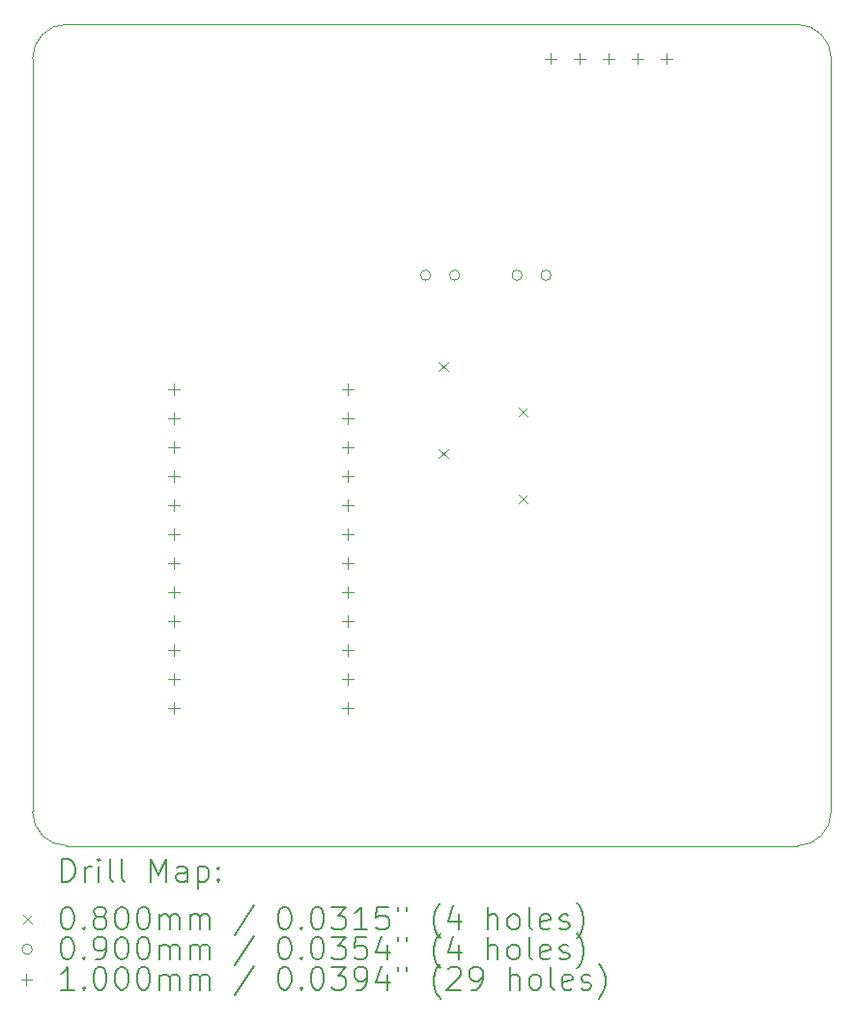
<source format=gbr>
%TF.GenerationSoftware,KiCad,Pcbnew,9.0.1*%
%TF.CreationDate,2025-07-26T23:55:01-07:00*%
%TF.ProjectId,capstone_paul_ngo,63617073-746f-46e6-955f-7061756c5f6e,rev?*%
%TF.SameCoordinates,Original*%
%TF.FileFunction,Drillmap*%
%TF.FilePolarity,Positive*%
%FSLAX45Y45*%
G04 Gerber Fmt 4.5, Leading zero omitted, Abs format (unit mm)*
G04 Created by KiCad (PCBNEW 9.0.1) date 2025-07-26 23:55:01*
%MOMM*%
%LPD*%
G01*
G04 APERTURE LIST*
%ADD10C,0.050000*%
%ADD11C,0.200000*%
%ADD12C,0.100000*%
G04 APERTURE END LIST*
D10*
X12800000Y-6400000D02*
X12800000Y-13000000D01*
X19500000Y-6100000D02*
X13100000Y-6100000D01*
X13100000Y-13300000D02*
G75*
G02*
X12800000Y-13000000I0J300000D01*
G01*
X13100000Y-13300000D02*
X19500000Y-13300000D01*
X12800000Y-6400000D02*
G75*
G02*
X13100000Y-6100000I300000J0D01*
G01*
X19500000Y-6100000D02*
G75*
G02*
X19800000Y-6400000I0J-300000D01*
G01*
X19800000Y-13000000D02*
X19800000Y-6400000D01*
X19800000Y-13000000D02*
G75*
G02*
X19500000Y-13300000I-300000J0D01*
G01*
D11*
D12*
X16360000Y-9060000D02*
X16440000Y-9140000D01*
X16440000Y-9060000D02*
X16360000Y-9140000D01*
X16360000Y-9822000D02*
X16440000Y-9902000D01*
X16440000Y-9822000D02*
X16360000Y-9902000D01*
X17060000Y-9460000D02*
X17140000Y-9540000D01*
X17140000Y-9460000D02*
X17060000Y-9540000D01*
X17060000Y-10222000D02*
X17140000Y-10302000D01*
X17140000Y-10222000D02*
X17060000Y-10302000D01*
X16291000Y-8300000D02*
G75*
G02*
X16201000Y-8300000I-45000J0D01*
G01*
X16201000Y-8300000D02*
G75*
G02*
X16291000Y-8300000I45000J0D01*
G01*
X16545000Y-8300000D02*
G75*
G02*
X16455000Y-8300000I-45000J0D01*
G01*
X16455000Y-8300000D02*
G75*
G02*
X16545000Y-8300000I45000J0D01*
G01*
X17091000Y-8300000D02*
G75*
G02*
X17001000Y-8300000I-45000J0D01*
G01*
X17001000Y-8300000D02*
G75*
G02*
X17091000Y-8300000I45000J0D01*
G01*
X17345000Y-8300000D02*
G75*
G02*
X17255000Y-8300000I-45000J0D01*
G01*
X17255000Y-8300000D02*
G75*
G02*
X17345000Y-8300000I45000J0D01*
G01*
X14038000Y-9247000D02*
X14038000Y-9347000D01*
X13988000Y-9297000D02*
X14088000Y-9297000D01*
X14038000Y-9501000D02*
X14038000Y-9601000D01*
X13988000Y-9551000D02*
X14088000Y-9551000D01*
X14038000Y-9755000D02*
X14038000Y-9855000D01*
X13988000Y-9805000D02*
X14088000Y-9805000D01*
X14038000Y-10009000D02*
X14038000Y-10109000D01*
X13988000Y-10059000D02*
X14088000Y-10059000D01*
X14038000Y-10263000D02*
X14038000Y-10363000D01*
X13988000Y-10313000D02*
X14088000Y-10313000D01*
X14038000Y-10517000D02*
X14038000Y-10617000D01*
X13988000Y-10567000D02*
X14088000Y-10567000D01*
X14038000Y-10771000D02*
X14038000Y-10871000D01*
X13988000Y-10821000D02*
X14088000Y-10821000D01*
X14038000Y-11025000D02*
X14038000Y-11125000D01*
X13988000Y-11075000D02*
X14088000Y-11075000D01*
X14038000Y-11279000D02*
X14038000Y-11379000D01*
X13988000Y-11329000D02*
X14088000Y-11329000D01*
X14038000Y-11533000D02*
X14038000Y-11633000D01*
X13988000Y-11583000D02*
X14088000Y-11583000D01*
X14038000Y-11787000D02*
X14038000Y-11887000D01*
X13988000Y-11837000D02*
X14088000Y-11837000D01*
X14038000Y-12041000D02*
X14038000Y-12141000D01*
X13988000Y-12091000D02*
X14088000Y-12091000D01*
X15562000Y-9247000D02*
X15562000Y-9347000D01*
X15512000Y-9297000D02*
X15612000Y-9297000D01*
X15562000Y-9501000D02*
X15562000Y-9601000D01*
X15512000Y-9551000D02*
X15612000Y-9551000D01*
X15562000Y-9755000D02*
X15562000Y-9855000D01*
X15512000Y-9805000D02*
X15612000Y-9805000D01*
X15562000Y-10009000D02*
X15562000Y-10109000D01*
X15512000Y-10059000D02*
X15612000Y-10059000D01*
X15562000Y-10263000D02*
X15562000Y-10363000D01*
X15512000Y-10313000D02*
X15612000Y-10313000D01*
X15562000Y-10517000D02*
X15562000Y-10617000D01*
X15512000Y-10567000D02*
X15612000Y-10567000D01*
X15562000Y-10771000D02*
X15562000Y-10871000D01*
X15512000Y-10821000D02*
X15612000Y-10821000D01*
X15562000Y-11025000D02*
X15562000Y-11125000D01*
X15512000Y-11075000D02*
X15612000Y-11075000D01*
X15562000Y-11279000D02*
X15562000Y-11379000D01*
X15512000Y-11329000D02*
X15612000Y-11329000D01*
X15562000Y-11533000D02*
X15562000Y-11633000D01*
X15512000Y-11583000D02*
X15612000Y-11583000D01*
X15562000Y-11787000D02*
X15562000Y-11887000D01*
X15512000Y-11837000D02*
X15612000Y-11837000D01*
X15562000Y-12041000D02*
X15562000Y-12141000D01*
X15512000Y-12091000D02*
X15612000Y-12091000D01*
X17338000Y-6350000D02*
X17338000Y-6450000D01*
X17288000Y-6400000D02*
X17388000Y-6400000D01*
X17592000Y-6350000D02*
X17592000Y-6450000D01*
X17542000Y-6400000D02*
X17642000Y-6400000D01*
X17846000Y-6350000D02*
X17846000Y-6450000D01*
X17796000Y-6400000D02*
X17896000Y-6400000D01*
X18100000Y-6350000D02*
X18100000Y-6450000D01*
X18050000Y-6400000D02*
X18150000Y-6400000D01*
X18354000Y-6350000D02*
X18354000Y-6450000D01*
X18304000Y-6400000D02*
X18404000Y-6400000D01*
D11*
X13058277Y-13613984D02*
X13058277Y-13413984D01*
X13058277Y-13413984D02*
X13105896Y-13413984D01*
X13105896Y-13413984D02*
X13134467Y-13423508D01*
X13134467Y-13423508D02*
X13153515Y-13442555D01*
X13153515Y-13442555D02*
X13163039Y-13461603D01*
X13163039Y-13461603D02*
X13172562Y-13499698D01*
X13172562Y-13499698D02*
X13172562Y-13528269D01*
X13172562Y-13528269D02*
X13163039Y-13566365D01*
X13163039Y-13566365D02*
X13153515Y-13585412D01*
X13153515Y-13585412D02*
X13134467Y-13604460D01*
X13134467Y-13604460D02*
X13105896Y-13613984D01*
X13105896Y-13613984D02*
X13058277Y-13613984D01*
X13258277Y-13613984D02*
X13258277Y-13480650D01*
X13258277Y-13518746D02*
X13267801Y-13499698D01*
X13267801Y-13499698D02*
X13277324Y-13490174D01*
X13277324Y-13490174D02*
X13296372Y-13480650D01*
X13296372Y-13480650D02*
X13315420Y-13480650D01*
X13382086Y-13613984D02*
X13382086Y-13480650D01*
X13382086Y-13413984D02*
X13372562Y-13423508D01*
X13372562Y-13423508D02*
X13382086Y-13433031D01*
X13382086Y-13433031D02*
X13391610Y-13423508D01*
X13391610Y-13423508D02*
X13382086Y-13413984D01*
X13382086Y-13413984D02*
X13382086Y-13433031D01*
X13505896Y-13613984D02*
X13486848Y-13604460D01*
X13486848Y-13604460D02*
X13477324Y-13585412D01*
X13477324Y-13585412D02*
X13477324Y-13413984D01*
X13610658Y-13613984D02*
X13591610Y-13604460D01*
X13591610Y-13604460D02*
X13582086Y-13585412D01*
X13582086Y-13585412D02*
X13582086Y-13413984D01*
X13839229Y-13613984D02*
X13839229Y-13413984D01*
X13839229Y-13413984D02*
X13905896Y-13556841D01*
X13905896Y-13556841D02*
X13972562Y-13413984D01*
X13972562Y-13413984D02*
X13972562Y-13613984D01*
X14153515Y-13613984D02*
X14153515Y-13509222D01*
X14153515Y-13509222D02*
X14143991Y-13490174D01*
X14143991Y-13490174D02*
X14124943Y-13480650D01*
X14124943Y-13480650D02*
X14086848Y-13480650D01*
X14086848Y-13480650D02*
X14067801Y-13490174D01*
X14153515Y-13604460D02*
X14134467Y-13613984D01*
X14134467Y-13613984D02*
X14086848Y-13613984D01*
X14086848Y-13613984D02*
X14067801Y-13604460D01*
X14067801Y-13604460D02*
X14058277Y-13585412D01*
X14058277Y-13585412D02*
X14058277Y-13566365D01*
X14058277Y-13566365D02*
X14067801Y-13547317D01*
X14067801Y-13547317D02*
X14086848Y-13537793D01*
X14086848Y-13537793D02*
X14134467Y-13537793D01*
X14134467Y-13537793D02*
X14153515Y-13528269D01*
X14248753Y-13480650D02*
X14248753Y-13680650D01*
X14248753Y-13490174D02*
X14267801Y-13480650D01*
X14267801Y-13480650D02*
X14305896Y-13480650D01*
X14305896Y-13480650D02*
X14324943Y-13490174D01*
X14324943Y-13490174D02*
X14334467Y-13499698D01*
X14334467Y-13499698D02*
X14343991Y-13518746D01*
X14343991Y-13518746D02*
X14343991Y-13575888D01*
X14343991Y-13575888D02*
X14334467Y-13594936D01*
X14334467Y-13594936D02*
X14324943Y-13604460D01*
X14324943Y-13604460D02*
X14305896Y-13613984D01*
X14305896Y-13613984D02*
X14267801Y-13613984D01*
X14267801Y-13613984D02*
X14248753Y-13604460D01*
X14429705Y-13594936D02*
X14439229Y-13604460D01*
X14439229Y-13604460D02*
X14429705Y-13613984D01*
X14429705Y-13613984D02*
X14420182Y-13604460D01*
X14420182Y-13604460D02*
X14429705Y-13594936D01*
X14429705Y-13594936D02*
X14429705Y-13613984D01*
X14429705Y-13490174D02*
X14439229Y-13499698D01*
X14439229Y-13499698D02*
X14429705Y-13509222D01*
X14429705Y-13509222D02*
X14420182Y-13499698D01*
X14420182Y-13499698D02*
X14429705Y-13490174D01*
X14429705Y-13490174D02*
X14429705Y-13509222D01*
D12*
X12717500Y-13902500D02*
X12797500Y-13982500D01*
X12797500Y-13902500D02*
X12717500Y-13982500D01*
D11*
X13096372Y-13833984D02*
X13115420Y-13833984D01*
X13115420Y-13833984D02*
X13134467Y-13843508D01*
X13134467Y-13843508D02*
X13143991Y-13853031D01*
X13143991Y-13853031D02*
X13153515Y-13872079D01*
X13153515Y-13872079D02*
X13163039Y-13910174D01*
X13163039Y-13910174D02*
X13163039Y-13957793D01*
X13163039Y-13957793D02*
X13153515Y-13995888D01*
X13153515Y-13995888D02*
X13143991Y-14014936D01*
X13143991Y-14014936D02*
X13134467Y-14024460D01*
X13134467Y-14024460D02*
X13115420Y-14033984D01*
X13115420Y-14033984D02*
X13096372Y-14033984D01*
X13096372Y-14033984D02*
X13077324Y-14024460D01*
X13077324Y-14024460D02*
X13067801Y-14014936D01*
X13067801Y-14014936D02*
X13058277Y-13995888D01*
X13058277Y-13995888D02*
X13048753Y-13957793D01*
X13048753Y-13957793D02*
X13048753Y-13910174D01*
X13048753Y-13910174D02*
X13058277Y-13872079D01*
X13058277Y-13872079D02*
X13067801Y-13853031D01*
X13067801Y-13853031D02*
X13077324Y-13843508D01*
X13077324Y-13843508D02*
X13096372Y-13833984D01*
X13248753Y-14014936D02*
X13258277Y-14024460D01*
X13258277Y-14024460D02*
X13248753Y-14033984D01*
X13248753Y-14033984D02*
X13239229Y-14024460D01*
X13239229Y-14024460D02*
X13248753Y-14014936D01*
X13248753Y-14014936D02*
X13248753Y-14033984D01*
X13372562Y-13919698D02*
X13353515Y-13910174D01*
X13353515Y-13910174D02*
X13343991Y-13900650D01*
X13343991Y-13900650D02*
X13334467Y-13881603D01*
X13334467Y-13881603D02*
X13334467Y-13872079D01*
X13334467Y-13872079D02*
X13343991Y-13853031D01*
X13343991Y-13853031D02*
X13353515Y-13843508D01*
X13353515Y-13843508D02*
X13372562Y-13833984D01*
X13372562Y-13833984D02*
X13410658Y-13833984D01*
X13410658Y-13833984D02*
X13429705Y-13843508D01*
X13429705Y-13843508D02*
X13439229Y-13853031D01*
X13439229Y-13853031D02*
X13448753Y-13872079D01*
X13448753Y-13872079D02*
X13448753Y-13881603D01*
X13448753Y-13881603D02*
X13439229Y-13900650D01*
X13439229Y-13900650D02*
X13429705Y-13910174D01*
X13429705Y-13910174D02*
X13410658Y-13919698D01*
X13410658Y-13919698D02*
X13372562Y-13919698D01*
X13372562Y-13919698D02*
X13353515Y-13929222D01*
X13353515Y-13929222D02*
X13343991Y-13938746D01*
X13343991Y-13938746D02*
X13334467Y-13957793D01*
X13334467Y-13957793D02*
X13334467Y-13995888D01*
X13334467Y-13995888D02*
X13343991Y-14014936D01*
X13343991Y-14014936D02*
X13353515Y-14024460D01*
X13353515Y-14024460D02*
X13372562Y-14033984D01*
X13372562Y-14033984D02*
X13410658Y-14033984D01*
X13410658Y-14033984D02*
X13429705Y-14024460D01*
X13429705Y-14024460D02*
X13439229Y-14014936D01*
X13439229Y-14014936D02*
X13448753Y-13995888D01*
X13448753Y-13995888D02*
X13448753Y-13957793D01*
X13448753Y-13957793D02*
X13439229Y-13938746D01*
X13439229Y-13938746D02*
X13429705Y-13929222D01*
X13429705Y-13929222D02*
X13410658Y-13919698D01*
X13572562Y-13833984D02*
X13591610Y-13833984D01*
X13591610Y-13833984D02*
X13610658Y-13843508D01*
X13610658Y-13843508D02*
X13620182Y-13853031D01*
X13620182Y-13853031D02*
X13629705Y-13872079D01*
X13629705Y-13872079D02*
X13639229Y-13910174D01*
X13639229Y-13910174D02*
X13639229Y-13957793D01*
X13639229Y-13957793D02*
X13629705Y-13995888D01*
X13629705Y-13995888D02*
X13620182Y-14014936D01*
X13620182Y-14014936D02*
X13610658Y-14024460D01*
X13610658Y-14024460D02*
X13591610Y-14033984D01*
X13591610Y-14033984D02*
X13572562Y-14033984D01*
X13572562Y-14033984D02*
X13553515Y-14024460D01*
X13553515Y-14024460D02*
X13543991Y-14014936D01*
X13543991Y-14014936D02*
X13534467Y-13995888D01*
X13534467Y-13995888D02*
X13524943Y-13957793D01*
X13524943Y-13957793D02*
X13524943Y-13910174D01*
X13524943Y-13910174D02*
X13534467Y-13872079D01*
X13534467Y-13872079D02*
X13543991Y-13853031D01*
X13543991Y-13853031D02*
X13553515Y-13843508D01*
X13553515Y-13843508D02*
X13572562Y-13833984D01*
X13763039Y-13833984D02*
X13782086Y-13833984D01*
X13782086Y-13833984D02*
X13801134Y-13843508D01*
X13801134Y-13843508D02*
X13810658Y-13853031D01*
X13810658Y-13853031D02*
X13820182Y-13872079D01*
X13820182Y-13872079D02*
X13829705Y-13910174D01*
X13829705Y-13910174D02*
X13829705Y-13957793D01*
X13829705Y-13957793D02*
X13820182Y-13995888D01*
X13820182Y-13995888D02*
X13810658Y-14014936D01*
X13810658Y-14014936D02*
X13801134Y-14024460D01*
X13801134Y-14024460D02*
X13782086Y-14033984D01*
X13782086Y-14033984D02*
X13763039Y-14033984D01*
X13763039Y-14033984D02*
X13743991Y-14024460D01*
X13743991Y-14024460D02*
X13734467Y-14014936D01*
X13734467Y-14014936D02*
X13724943Y-13995888D01*
X13724943Y-13995888D02*
X13715420Y-13957793D01*
X13715420Y-13957793D02*
X13715420Y-13910174D01*
X13715420Y-13910174D02*
X13724943Y-13872079D01*
X13724943Y-13872079D02*
X13734467Y-13853031D01*
X13734467Y-13853031D02*
X13743991Y-13843508D01*
X13743991Y-13843508D02*
X13763039Y-13833984D01*
X13915420Y-14033984D02*
X13915420Y-13900650D01*
X13915420Y-13919698D02*
X13924943Y-13910174D01*
X13924943Y-13910174D02*
X13943991Y-13900650D01*
X13943991Y-13900650D02*
X13972563Y-13900650D01*
X13972563Y-13900650D02*
X13991610Y-13910174D01*
X13991610Y-13910174D02*
X14001134Y-13929222D01*
X14001134Y-13929222D02*
X14001134Y-14033984D01*
X14001134Y-13929222D02*
X14010658Y-13910174D01*
X14010658Y-13910174D02*
X14029705Y-13900650D01*
X14029705Y-13900650D02*
X14058277Y-13900650D01*
X14058277Y-13900650D02*
X14077324Y-13910174D01*
X14077324Y-13910174D02*
X14086848Y-13929222D01*
X14086848Y-13929222D02*
X14086848Y-14033984D01*
X14182086Y-14033984D02*
X14182086Y-13900650D01*
X14182086Y-13919698D02*
X14191610Y-13910174D01*
X14191610Y-13910174D02*
X14210658Y-13900650D01*
X14210658Y-13900650D02*
X14239229Y-13900650D01*
X14239229Y-13900650D02*
X14258277Y-13910174D01*
X14258277Y-13910174D02*
X14267801Y-13929222D01*
X14267801Y-13929222D02*
X14267801Y-14033984D01*
X14267801Y-13929222D02*
X14277324Y-13910174D01*
X14277324Y-13910174D02*
X14296372Y-13900650D01*
X14296372Y-13900650D02*
X14324943Y-13900650D01*
X14324943Y-13900650D02*
X14343991Y-13910174D01*
X14343991Y-13910174D02*
X14353515Y-13929222D01*
X14353515Y-13929222D02*
X14353515Y-14033984D01*
X14743991Y-13824460D02*
X14572563Y-14081603D01*
X15001134Y-13833984D02*
X15020182Y-13833984D01*
X15020182Y-13833984D02*
X15039229Y-13843508D01*
X15039229Y-13843508D02*
X15048753Y-13853031D01*
X15048753Y-13853031D02*
X15058277Y-13872079D01*
X15058277Y-13872079D02*
X15067801Y-13910174D01*
X15067801Y-13910174D02*
X15067801Y-13957793D01*
X15067801Y-13957793D02*
X15058277Y-13995888D01*
X15058277Y-13995888D02*
X15048753Y-14014936D01*
X15048753Y-14014936D02*
X15039229Y-14024460D01*
X15039229Y-14024460D02*
X15020182Y-14033984D01*
X15020182Y-14033984D02*
X15001134Y-14033984D01*
X15001134Y-14033984D02*
X14982086Y-14024460D01*
X14982086Y-14024460D02*
X14972563Y-14014936D01*
X14972563Y-14014936D02*
X14963039Y-13995888D01*
X14963039Y-13995888D02*
X14953515Y-13957793D01*
X14953515Y-13957793D02*
X14953515Y-13910174D01*
X14953515Y-13910174D02*
X14963039Y-13872079D01*
X14963039Y-13872079D02*
X14972563Y-13853031D01*
X14972563Y-13853031D02*
X14982086Y-13843508D01*
X14982086Y-13843508D02*
X15001134Y-13833984D01*
X15153515Y-14014936D02*
X15163039Y-14024460D01*
X15163039Y-14024460D02*
X15153515Y-14033984D01*
X15153515Y-14033984D02*
X15143991Y-14024460D01*
X15143991Y-14024460D02*
X15153515Y-14014936D01*
X15153515Y-14014936D02*
X15153515Y-14033984D01*
X15286848Y-13833984D02*
X15305896Y-13833984D01*
X15305896Y-13833984D02*
X15324944Y-13843508D01*
X15324944Y-13843508D02*
X15334467Y-13853031D01*
X15334467Y-13853031D02*
X15343991Y-13872079D01*
X15343991Y-13872079D02*
X15353515Y-13910174D01*
X15353515Y-13910174D02*
X15353515Y-13957793D01*
X15353515Y-13957793D02*
X15343991Y-13995888D01*
X15343991Y-13995888D02*
X15334467Y-14014936D01*
X15334467Y-14014936D02*
X15324944Y-14024460D01*
X15324944Y-14024460D02*
X15305896Y-14033984D01*
X15305896Y-14033984D02*
X15286848Y-14033984D01*
X15286848Y-14033984D02*
X15267801Y-14024460D01*
X15267801Y-14024460D02*
X15258277Y-14014936D01*
X15258277Y-14014936D02*
X15248753Y-13995888D01*
X15248753Y-13995888D02*
X15239229Y-13957793D01*
X15239229Y-13957793D02*
X15239229Y-13910174D01*
X15239229Y-13910174D02*
X15248753Y-13872079D01*
X15248753Y-13872079D02*
X15258277Y-13853031D01*
X15258277Y-13853031D02*
X15267801Y-13843508D01*
X15267801Y-13843508D02*
X15286848Y-13833984D01*
X15420182Y-13833984D02*
X15543991Y-13833984D01*
X15543991Y-13833984D02*
X15477325Y-13910174D01*
X15477325Y-13910174D02*
X15505896Y-13910174D01*
X15505896Y-13910174D02*
X15524944Y-13919698D01*
X15524944Y-13919698D02*
X15534467Y-13929222D01*
X15534467Y-13929222D02*
X15543991Y-13948269D01*
X15543991Y-13948269D02*
X15543991Y-13995888D01*
X15543991Y-13995888D02*
X15534467Y-14014936D01*
X15534467Y-14014936D02*
X15524944Y-14024460D01*
X15524944Y-14024460D02*
X15505896Y-14033984D01*
X15505896Y-14033984D02*
X15448753Y-14033984D01*
X15448753Y-14033984D02*
X15429706Y-14024460D01*
X15429706Y-14024460D02*
X15420182Y-14014936D01*
X15734467Y-14033984D02*
X15620182Y-14033984D01*
X15677325Y-14033984D02*
X15677325Y-13833984D01*
X15677325Y-13833984D02*
X15658277Y-13862555D01*
X15658277Y-13862555D02*
X15639229Y-13881603D01*
X15639229Y-13881603D02*
X15620182Y-13891127D01*
X15915420Y-13833984D02*
X15820182Y-13833984D01*
X15820182Y-13833984D02*
X15810658Y-13929222D01*
X15810658Y-13929222D02*
X15820182Y-13919698D01*
X15820182Y-13919698D02*
X15839229Y-13910174D01*
X15839229Y-13910174D02*
X15886848Y-13910174D01*
X15886848Y-13910174D02*
X15905896Y-13919698D01*
X15905896Y-13919698D02*
X15915420Y-13929222D01*
X15915420Y-13929222D02*
X15924944Y-13948269D01*
X15924944Y-13948269D02*
X15924944Y-13995888D01*
X15924944Y-13995888D02*
X15915420Y-14014936D01*
X15915420Y-14014936D02*
X15905896Y-14024460D01*
X15905896Y-14024460D02*
X15886848Y-14033984D01*
X15886848Y-14033984D02*
X15839229Y-14033984D01*
X15839229Y-14033984D02*
X15820182Y-14024460D01*
X15820182Y-14024460D02*
X15810658Y-14014936D01*
X16001134Y-13833984D02*
X16001134Y-13872079D01*
X16077325Y-13833984D02*
X16077325Y-13872079D01*
X16372563Y-14110174D02*
X16363039Y-14100650D01*
X16363039Y-14100650D02*
X16343991Y-14072079D01*
X16343991Y-14072079D02*
X16334468Y-14053031D01*
X16334468Y-14053031D02*
X16324944Y-14024460D01*
X16324944Y-14024460D02*
X16315420Y-13976841D01*
X16315420Y-13976841D02*
X16315420Y-13938746D01*
X16315420Y-13938746D02*
X16324944Y-13891127D01*
X16324944Y-13891127D02*
X16334468Y-13862555D01*
X16334468Y-13862555D02*
X16343991Y-13843508D01*
X16343991Y-13843508D02*
X16363039Y-13814936D01*
X16363039Y-13814936D02*
X16372563Y-13805412D01*
X16534468Y-13900650D02*
X16534468Y-14033984D01*
X16486848Y-13824460D02*
X16439229Y-13967317D01*
X16439229Y-13967317D02*
X16563039Y-13967317D01*
X16791611Y-14033984D02*
X16791611Y-13833984D01*
X16877325Y-14033984D02*
X16877325Y-13929222D01*
X16877325Y-13929222D02*
X16867801Y-13910174D01*
X16867801Y-13910174D02*
X16848753Y-13900650D01*
X16848753Y-13900650D02*
X16820182Y-13900650D01*
X16820182Y-13900650D02*
X16801134Y-13910174D01*
X16801134Y-13910174D02*
X16791611Y-13919698D01*
X17001134Y-14033984D02*
X16982087Y-14024460D01*
X16982087Y-14024460D02*
X16972563Y-14014936D01*
X16972563Y-14014936D02*
X16963039Y-13995888D01*
X16963039Y-13995888D02*
X16963039Y-13938746D01*
X16963039Y-13938746D02*
X16972563Y-13919698D01*
X16972563Y-13919698D02*
X16982087Y-13910174D01*
X16982087Y-13910174D02*
X17001134Y-13900650D01*
X17001134Y-13900650D02*
X17029706Y-13900650D01*
X17029706Y-13900650D02*
X17048753Y-13910174D01*
X17048753Y-13910174D02*
X17058277Y-13919698D01*
X17058277Y-13919698D02*
X17067801Y-13938746D01*
X17067801Y-13938746D02*
X17067801Y-13995888D01*
X17067801Y-13995888D02*
X17058277Y-14014936D01*
X17058277Y-14014936D02*
X17048753Y-14024460D01*
X17048753Y-14024460D02*
X17029706Y-14033984D01*
X17029706Y-14033984D02*
X17001134Y-14033984D01*
X17182087Y-14033984D02*
X17163039Y-14024460D01*
X17163039Y-14024460D02*
X17153515Y-14005412D01*
X17153515Y-14005412D02*
X17153515Y-13833984D01*
X17334468Y-14024460D02*
X17315420Y-14033984D01*
X17315420Y-14033984D02*
X17277325Y-14033984D01*
X17277325Y-14033984D02*
X17258277Y-14024460D01*
X17258277Y-14024460D02*
X17248753Y-14005412D01*
X17248753Y-14005412D02*
X17248753Y-13929222D01*
X17248753Y-13929222D02*
X17258277Y-13910174D01*
X17258277Y-13910174D02*
X17277325Y-13900650D01*
X17277325Y-13900650D02*
X17315420Y-13900650D01*
X17315420Y-13900650D02*
X17334468Y-13910174D01*
X17334468Y-13910174D02*
X17343992Y-13929222D01*
X17343992Y-13929222D02*
X17343992Y-13948269D01*
X17343992Y-13948269D02*
X17248753Y-13967317D01*
X17420182Y-14024460D02*
X17439230Y-14033984D01*
X17439230Y-14033984D02*
X17477325Y-14033984D01*
X17477325Y-14033984D02*
X17496373Y-14024460D01*
X17496373Y-14024460D02*
X17505896Y-14005412D01*
X17505896Y-14005412D02*
X17505896Y-13995888D01*
X17505896Y-13995888D02*
X17496373Y-13976841D01*
X17496373Y-13976841D02*
X17477325Y-13967317D01*
X17477325Y-13967317D02*
X17448753Y-13967317D01*
X17448753Y-13967317D02*
X17429706Y-13957793D01*
X17429706Y-13957793D02*
X17420182Y-13938746D01*
X17420182Y-13938746D02*
X17420182Y-13929222D01*
X17420182Y-13929222D02*
X17429706Y-13910174D01*
X17429706Y-13910174D02*
X17448753Y-13900650D01*
X17448753Y-13900650D02*
X17477325Y-13900650D01*
X17477325Y-13900650D02*
X17496373Y-13910174D01*
X17572563Y-14110174D02*
X17582087Y-14100650D01*
X17582087Y-14100650D02*
X17601134Y-14072079D01*
X17601134Y-14072079D02*
X17610658Y-14053031D01*
X17610658Y-14053031D02*
X17620182Y-14024460D01*
X17620182Y-14024460D02*
X17629706Y-13976841D01*
X17629706Y-13976841D02*
X17629706Y-13938746D01*
X17629706Y-13938746D02*
X17620182Y-13891127D01*
X17620182Y-13891127D02*
X17610658Y-13862555D01*
X17610658Y-13862555D02*
X17601134Y-13843508D01*
X17601134Y-13843508D02*
X17582087Y-13814936D01*
X17582087Y-13814936D02*
X17572563Y-13805412D01*
D12*
X12797500Y-14206500D02*
G75*
G02*
X12707500Y-14206500I-45000J0D01*
G01*
X12707500Y-14206500D02*
G75*
G02*
X12797500Y-14206500I45000J0D01*
G01*
D11*
X13096372Y-14097984D02*
X13115420Y-14097984D01*
X13115420Y-14097984D02*
X13134467Y-14107508D01*
X13134467Y-14107508D02*
X13143991Y-14117031D01*
X13143991Y-14117031D02*
X13153515Y-14136079D01*
X13153515Y-14136079D02*
X13163039Y-14174174D01*
X13163039Y-14174174D02*
X13163039Y-14221793D01*
X13163039Y-14221793D02*
X13153515Y-14259888D01*
X13153515Y-14259888D02*
X13143991Y-14278936D01*
X13143991Y-14278936D02*
X13134467Y-14288460D01*
X13134467Y-14288460D02*
X13115420Y-14297984D01*
X13115420Y-14297984D02*
X13096372Y-14297984D01*
X13096372Y-14297984D02*
X13077324Y-14288460D01*
X13077324Y-14288460D02*
X13067801Y-14278936D01*
X13067801Y-14278936D02*
X13058277Y-14259888D01*
X13058277Y-14259888D02*
X13048753Y-14221793D01*
X13048753Y-14221793D02*
X13048753Y-14174174D01*
X13048753Y-14174174D02*
X13058277Y-14136079D01*
X13058277Y-14136079D02*
X13067801Y-14117031D01*
X13067801Y-14117031D02*
X13077324Y-14107508D01*
X13077324Y-14107508D02*
X13096372Y-14097984D01*
X13248753Y-14278936D02*
X13258277Y-14288460D01*
X13258277Y-14288460D02*
X13248753Y-14297984D01*
X13248753Y-14297984D02*
X13239229Y-14288460D01*
X13239229Y-14288460D02*
X13248753Y-14278936D01*
X13248753Y-14278936D02*
X13248753Y-14297984D01*
X13353515Y-14297984D02*
X13391610Y-14297984D01*
X13391610Y-14297984D02*
X13410658Y-14288460D01*
X13410658Y-14288460D02*
X13420182Y-14278936D01*
X13420182Y-14278936D02*
X13439229Y-14250365D01*
X13439229Y-14250365D02*
X13448753Y-14212269D01*
X13448753Y-14212269D02*
X13448753Y-14136079D01*
X13448753Y-14136079D02*
X13439229Y-14117031D01*
X13439229Y-14117031D02*
X13429705Y-14107508D01*
X13429705Y-14107508D02*
X13410658Y-14097984D01*
X13410658Y-14097984D02*
X13372562Y-14097984D01*
X13372562Y-14097984D02*
X13353515Y-14107508D01*
X13353515Y-14107508D02*
X13343991Y-14117031D01*
X13343991Y-14117031D02*
X13334467Y-14136079D01*
X13334467Y-14136079D02*
X13334467Y-14183698D01*
X13334467Y-14183698D02*
X13343991Y-14202746D01*
X13343991Y-14202746D02*
X13353515Y-14212269D01*
X13353515Y-14212269D02*
X13372562Y-14221793D01*
X13372562Y-14221793D02*
X13410658Y-14221793D01*
X13410658Y-14221793D02*
X13429705Y-14212269D01*
X13429705Y-14212269D02*
X13439229Y-14202746D01*
X13439229Y-14202746D02*
X13448753Y-14183698D01*
X13572562Y-14097984D02*
X13591610Y-14097984D01*
X13591610Y-14097984D02*
X13610658Y-14107508D01*
X13610658Y-14107508D02*
X13620182Y-14117031D01*
X13620182Y-14117031D02*
X13629705Y-14136079D01*
X13629705Y-14136079D02*
X13639229Y-14174174D01*
X13639229Y-14174174D02*
X13639229Y-14221793D01*
X13639229Y-14221793D02*
X13629705Y-14259888D01*
X13629705Y-14259888D02*
X13620182Y-14278936D01*
X13620182Y-14278936D02*
X13610658Y-14288460D01*
X13610658Y-14288460D02*
X13591610Y-14297984D01*
X13591610Y-14297984D02*
X13572562Y-14297984D01*
X13572562Y-14297984D02*
X13553515Y-14288460D01*
X13553515Y-14288460D02*
X13543991Y-14278936D01*
X13543991Y-14278936D02*
X13534467Y-14259888D01*
X13534467Y-14259888D02*
X13524943Y-14221793D01*
X13524943Y-14221793D02*
X13524943Y-14174174D01*
X13524943Y-14174174D02*
X13534467Y-14136079D01*
X13534467Y-14136079D02*
X13543991Y-14117031D01*
X13543991Y-14117031D02*
X13553515Y-14107508D01*
X13553515Y-14107508D02*
X13572562Y-14097984D01*
X13763039Y-14097984D02*
X13782086Y-14097984D01*
X13782086Y-14097984D02*
X13801134Y-14107508D01*
X13801134Y-14107508D02*
X13810658Y-14117031D01*
X13810658Y-14117031D02*
X13820182Y-14136079D01*
X13820182Y-14136079D02*
X13829705Y-14174174D01*
X13829705Y-14174174D02*
X13829705Y-14221793D01*
X13829705Y-14221793D02*
X13820182Y-14259888D01*
X13820182Y-14259888D02*
X13810658Y-14278936D01*
X13810658Y-14278936D02*
X13801134Y-14288460D01*
X13801134Y-14288460D02*
X13782086Y-14297984D01*
X13782086Y-14297984D02*
X13763039Y-14297984D01*
X13763039Y-14297984D02*
X13743991Y-14288460D01*
X13743991Y-14288460D02*
X13734467Y-14278936D01*
X13734467Y-14278936D02*
X13724943Y-14259888D01*
X13724943Y-14259888D02*
X13715420Y-14221793D01*
X13715420Y-14221793D02*
X13715420Y-14174174D01*
X13715420Y-14174174D02*
X13724943Y-14136079D01*
X13724943Y-14136079D02*
X13734467Y-14117031D01*
X13734467Y-14117031D02*
X13743991Y-14107508D01*
X13743991Y-14107508D02*
X13763039Y-14097984D01*
X13915420Y-14297984D02*
X13915420Y-14164650D01*
X13915420Y-14183698D02*
X13924943Y-14174174D01*
X13924943Y-14174174D02*
X13943991Y-14164650D01*
X13943991Y-14164650D02*
X13972563Y-14164650D01*
X13972563Y-14164650D02*
X13991610Y-14174174D01*
X13991610Y-14174174D02*
X14001134Y-14193222D01*
X14001134Y-14193222D02*
X14001134Y-14297984D01*
X14001134Y-14193222D02*
X14010658Y-14174174D01*
X14010658Y-14174174D02*
X14029705Y-14164650D01*
X14029705Y-14164650D02*
X14058277Y-14164650D01*
X14058277Y-14164650D02*
X14077324Y-14174174D01*
X14077324Y-14174174D02*
X14086848Y-14193222D01*
X14086848Y-14193222D02*
X14086848Y-14297984D01*
X14182086Y-14297984D02*
X14182086Y-14164650D01*
X14182086Y-14183698D02*
X14191610Y-14174174D01*
X14191610Y-14174174D02*
X14210658Y-14164650D01*
X14210658Y-14164650D02*
X14239229Y-14164650D01*
X14239229Y-14164650D02*
X14258277Y-14174174D01*
X14258277Y-14174174D02*
X14267801Y-14193222D01*
X14267801Y-14193222D02*
X14267801Y-14297984D01*
X14267801Y-14193222D02*
X14277324Y-14174174D01*
X14277324Y-14174174D02*
X14296372Y-14164650D01*
X14296372Y-14164650D02*
X14324943Y-14164650D01*
X14324943Y-14164650D02*
X14343991Y-14174174D01*
X14343991Y-14174174D02*
X14353515Y-14193222D01*
X14353515Y-14193222D02*
X14353515Y-14297984D01*
X14743991Y-14088460D02*
X14572563Y-14345603D01*
X15001134Y-14097984D02*
X15020182Y-14097984D01*
X15020182Y-14097984D02*
X15039229Y-14107508D01*
X15039229Y-14107508D02*
X15048753Y-14117031D01*
X15048753Y-14117031D02*
X15058277Y-14136079D01*
X15058277Y-14136079D02*
X15067801Y-14174174D01*
X15067801Y-14174174D02*
X15067801Y-14221793D01*
X15067801Y-14221793D02*
X15058277Y-14259888D01*
X15058277Y-14259888D02*
X15048753Y-14278936D01*
X15048753Y-14278936D02*
X15039229Y-14288460D01*
X15039229Y-14288460D02*
X15020182Y-14297984D01*
X15020182Y-14297984D02*
X15001134Y-14297984D01*
X15001134Y-14297984D02*
X14982086Y-14288460D01*
X14982086Y-14288460D02*
X14972563Y-14278936D01*
X14972563Y-14278936D02*
X14963039Y-14259888D01*
X14963039Y-14259888D02*
X14953515Y-14221793D01*
X14953515Y-14221793D02*
X14953515Y-14174174D01*
X14953515Y-14174174D02*
X14963039Y-14136079D01*
X14963039Y-14136079D02*
X14972563Y-14117031D01*
X14972563Y-14117031D02*
X14982086Y-14107508D01*
X14982086Y-14107508D02*
X15001134Y-14097984D01*
X15153515Y-14278936D02*
X15163039Y-14288460D01*
X15163039Y-14288460D02*
X15153515Y-14297984D01*
X15153515Y-14297984D02*
X15143991Y-14288460D01*
X15143991Y-14288460D02*
X15153515Y-14278936D01*
X15153515Y-14278936D02*
X15153515Y-14297984D01*
X15286848Y-14097984D02*
X15305896Y-14097984D01*
X15305896Y-14097984D02*
X15324944Y-14107508D01*
X15324944Y-14107508D02*
X15334467Y-14117031D01*
X15334467Y-14117031D02*
X15343991Y-14136079D01*
X15343991Y-14136079D02*
X15353515Y-14174174D01*
X15353515Y-14174174D02*
X15353515Y-14221793D01*
X15353515Y-14221793D02*
X15343991Y-14259888D01*
X15343991Y-14259888D02*
X15334467Y-14278936D01*
X15334467Y-14278936D02*
X15324944Y-14288460D01*
X15324944Y-14288460D02*
X15305896Y-14297984D01*
X15305896Y-14297984D02*
X15286848Y-14297984D01*
X15286848Y-14297984D02*
X15267801Y-14288460D01*
X15267801Y-14288460D02*
X15258277Y-14278936D01*
X15258277Y-14278936D02*
X15248753Y-14259888D01*
X15248753Y-14259888D02*
X15239229Y-14221793D01*
X15239229Y-14221793D02*
X15239229Y-14174174D01*
X15239229Y-14174174D02*
X15248753Y-14136079D01*
X15248753Y-14136079D02*
X15258277Y-14117031D01*
X15258277Y-14117031D02*
X15267801Y-14107508D01*
X15267801Y-14107508D02*
X15286848Y-14097984D01*
X15420182Y-14097984D02*
X15543991Y-14097984D01*
X15543991Y-14097984D02*
X15477325Y-14174174D01*
X15477325Y-14174174D02*
X15505896Y-14174174D01*
X15505896Y-14174174D02*
X15524944Y-14183698D01*
X15524944Y-14183698D02*
X15534467Y-14193222D01*
X15534467Y-14193222D02*
X15543991Y-14212269D01*
X15543991Y-14212269D02*
X15543991Y-14259888D01*
X15543991Y-14259888D02*
X15534467Y-14278936D01*
X15534467Y-14278936D02*
X15524944Y-14288460D01*
X15524944Y-14288460D02*
X15505896Y-14297984D01*
X15505896Y-14297984D02*
X15448753Y-14297984D01*
X15448753Y-14297984D02*
X15429706Y-14288460D01*
X15429706Y-14288460D02*
X15420182Y-14278936D01*
X15724944Y-14097984D02*
X15629706Y-14097984D01*
X15629706Y-14097984D02*
X15620182Y-14193222D01*
X15620182Y-14193222D02*
X15629706Y-14183698D01*
X15629706Y-14183698D02*
X15648753Y-14174174D01*
X15648753Y-14174174D02*
X15696372Y-14174174D01*
X15696372Y-14174174D02*
X15715420Y-14183698D01*
X15715420Y-14183698D02*
X15724944Y-14193222D01*
X15724944Y-14193222D02*
X15734467Y-14212269D01*
X15734467Y-14212269D02*
X15734467Y-14259888D01*
X15734467Y-14259888D02*
X15724944Y-14278936D01*
X15724944Y-14278936D02*
X15715420Y-14288460D01*
X15715420Y-14288460D02*
X15696372Y-14297984D01*
X15696372Y-14297984D02*
X15648753Y-14297984D01*
X15648753Y-14297984D02*
X15629706Y-14288460D01*
X15629706Y-14288460D02*
X15620182Y-14278936D01*
X15905896Y-14164650D02*
X15905896Y-14297984D01*
X15858277Y-14088460D02*
X15810658Y-14231317D01*
X15810658Y-14231317D02*
X15934467Y-14231317D01*
X16001134Y-14097984D02*
X16001134Y-14136079D01*
X16077325Y-14097984D02*
X16077325Y-14136079D01*
X16372563Y-14374174D02*
X16363039Y-14364650D01*
X16363039Y-14364650D02*
X16343991Y-14336079D01*
X16343991Y-14336079D02*
X16334468Y-14317031D01*
X16334468Y-14317031D02*
X16324944Y-14288460D01*
X16324944Y-14288460D02*
X16315420Y-14240841D01*
X16315420Y-14240841D02*
X16315420Y-14202746D01*
X16315420Y-14202746D02*
X16324944Y-14155127D01*
X16324944Y-14155127D02*
X16334468Y-14126555D01*
X16334468Y-14126555D02*
X16343991Y-14107508D01*
X16343991Y-14107508D02*
X16363039Y-14078936D01*
X16363039Y-14078936D02*
X16372563Y-14069412D01*
X16534468Y-14164650D02*
X16534468Y-14297984D01*
X16486848Y-14088460D02*
X16439229Y-14231317D01*
X16439229Y-14231317D02*
X16563039Y-14231317D01*
X16791611Y-14297984D02*
X16791611Y-14097984D01*
X16877325Y-14297984D02*
X16877325Y-14193222D01*
X16877325Y-14193222D02*
X16867801Y-14174174D01*
X16867801Y-14174174D02*
X16848753Y-14164650D01*
X16848753Y-14164650D02*
X16820182Y-14164650D01*
X16820182Y-14164650D02*
X16801134Y-14174174D01*
X16801134Y-14174174D02*
X16791611Y-14183698D01*
X17001134Y-14297984D02*
X16982087Y-14288460D01*
X16982087Y-14288460D02*
X16972563Y-14278936D01*
X16972563Y-14278936D02*
X16963039Y-14259888D01*
X16963039Y-14259888D02*
X16963039Y-14202746D01*
X16963039Y-14202746D02*
X16972563Y-14183698D01*
X16972563Y-14183698D02*
X16982087Y-14174174D01*
X16982087Y-14174174D02*
X17001134Y-14164650D01*
X17001134Y-14164650D02*
X17029706Y-14164650D01*
X17029706Y-14164650D02*
X17048753Y-14174174D01*
X17048753Y-14174174D02*
X17058277Y-14183698D01*
X17058277Y-14183698D02*
X17067801Y-14202746D01*
X17067801Y-14202746D02*
X17067801Y-14259888D01*
X17067801Y-14259888D02*
X17058277Y-14278936D01*
X17058277Y-14278936D02*
X17048753Y-14288460D01*
X17048753Y-14288460D02*
X17029706Y-14297984D01*
X17029706Y-14297984D02*
X17001134Y-14297984D01*
X17182087Y-14297984D02*
X17163039Y-14288460D01*
X17163039Y-14288460D02*
X17153515Y-14269412D01*
X17153515Y-14269412D02*
X17153515Y-14097984D01*
X17334468Y-14288460D02*
X17315420Y-14297984D01*
X17315420Y-14297984D02*
X17277325Y-14297984D01*
X17277325Y-14297984D02*
X17258277Y-14288460D01*
X17258277Y-14288460D02*
X17248753Y-14269412D01*
X17248753Y-14269412D02*
X17248753Y-14193222D01*
X17248753Y-14193222D02*
X17258277Y-14174174D01*
X17258277Y-14174174D02*
X17277325Y-14164650D01*
X17277325Y-14164650D02*
X17315420Y-14164650D01*
X17315420Y-14164650D02*
X17334468Y-14174174D01*
X17334468Y-14174174D02*
X17343992Y-14193222D01*
X17343992Y-14193222D02*
X17343992Y-14212269D01*
X17343992Y-14212269D02*
X17248753Y-14231317D01*
X17420182Y-14288460D02*
X17439230Y-14297984D01*
X17439230Y-14297984D02*
X17477325Y-14297984D01*
X17477325Y-14297984D02*
X17496373Y-14288460D01*
X17496373Y-14288460D02*
X17505896Y-14269412D01*
X17505896Y-14269412D02*
X17505896Y-14259888D01*
X17505896Y-14259888D02*
X17496373Y-14240841D01*
X17496373Y-14240841D02*
X17477325Y-14231317D01*
X17477325Y-14231317D02*
X17448753Y-14231317D01*
X17448753Y-14231317D02*
X17429706Y-14221793D01*
X17429706Y-14221793D02*
X17420182Y-14202746D01*
X17420182Y-14202746D02*
X17420182Y-14193222D01*
X17420182Y-14193222D02*
X17429706Y-14174174D01*
X17429706Y-14174174D02*
X17448753Y-14164650D01*
X17448753Y-14164650D02*
X17477325Y-14164650D01*
X17477325Y-14164650D02*
X17496373Y-14174174D01*
X17572563Y-14374174D02*
X17582087Y-14364650D01*
X17582087Y-14364650D02*
X17601134Y-14336079D01*
X17601134Y-14336079D02*
X17610658Y-14317031D01*
X17610658Y-14317031D02*
X17620182Y-14288460D01*
X17620182Y-14288460D02*
X17629706Y-14240841D01*
X17629706Y-14240841D02*
X17629706Y-14202746D01*
X17629706Y-14202746D02*
X17620182Y-14155127D01*
X17620182Y-14155127D02*
X17610658Y-14126555D01*
X17610658Y-14126555D02*
X17601134Y-14107508D01*
X17601134Y-14107508D02*
X17582087Y-14078936D01*
X17582087Y-14078936D02*
X17572563Y-14069412D01*
D12*
X12747500Y-14420500D02*
X12747500Y-14520500D01*
X12697500Y-14470500D02*
X12797500Y-14470500D01*
D11*
X13163039Y-14561984D02*
X13048753Y-14561984D01*
X13105896Y-14561984D02*
X13105896Y-14361984D01*
X13105896Y-14361984D02*
X13086848Y-14390555D01*
X13086848Y-14390555D02*
X13067801Y-14409603D01*
X13067801Y-14409603D02*
X13048753Y-14419127D01*
X13248753Y-14542936D02*
X13258277Y-14552460D01*
X13258277Y-14552460D02*
X13248753Y-14561984D01*
X13248753Y-14561984D02*
X13239229Y-14552460D01*
X13239229Y-14552460D02*
X13248753Y-14542936D01*
X13248753Y-14542936D02*
X13248753Y-14561984D01*
X13382086Y-14361984D02*
X13401134Y-14361984D01*
X13401134Y-14361984D02*
X13420182Y-14371508D01*
X13420182Y-14371508D02*
X13429705Y-14381031D01*
X13429705Y-14381031D02*
X13439229Y-14400079D01*
X13439229Y-14400079D02*
X13448753Y-14438174D01*
X13448753Y-14438174D02*
X13448753Y-14485793D01*
X13448753Y-14485793D02*
X13439229Y-14523888D01*
X13439229Y-14523888D02*
X13429705Y-14542936D01*
X13429705Y-14542936D02*
X13420182Y-14552460D01*
X13420182Y-14552460D02*
X13401134Y-14561984D01*
X13401134Y-14561984D02*
X13382086Y-14561984D01*
X13382086Y-14561984D02*
X13363039Y-14552460D01*
X13363039Y-14552460D02*
X13353515Y-14542936D01*
X13353515Y-14542936D02*
X13343991Y-14523888D01*
X13343991Y-14523888D02*
X13334467Y-14485793D01*
X13334467Y-14485793D02*
X13334467Y-14438174D01*
X13334467Y-14438174D02*
X13343991Y-14400079D01*
X13343991Y-14400079D02*
X13353515Y-14381031D01*
X13353515Y-14381031D02*
X13363039Y-14371508D01*
X13363039Y-14371508D02*
X13382086Y-14361984D01*
X13572562Y-14361984D02*
X13591610Y-14361984D01*
X13591610Y-14361984D02*
X13610658Y-14371508D01*
X13610658Y-14371508D02*
X13620182Y-14381031D01*
X13620182Y-14381031D02*
X13629705Y-14400079D01*
X13629705Y-14400079D02*
X13639229Y-14438174D01*
X13639229Y-14438174D02*
X13639229Y-14485793D01*
X13639229Y-14485793D02*
X13629705Y-14523888D01*
X13629705Y-14523888D02*
X13620182Y-14542936D01*
X13620182Y-14542936D02*
X13610658Y-14552460D01*
X13610658Y-14552460D02*
X13591610Y-14561984D01*
X13591610Y-14561984D02*
X13572562Y-14561984D01*
X13572562Y-14561984D02*
X13553515Y-14552460D01*
X13553515Y-14552460D02*
X13543991Y-14542936D01*
X13543991Y-14542936D02*
X13534467Y-14523888D01*
X13534467Y-14523888D02*
X13524943Y-14485793D01*
X13524943Y-14485793D02*
X13524943Y-14438174D01*
X13524943Y-14438174D02*
X13534467Y-14400079D01*
X13534467Y-14400079D02*
X13543991Y-14381031D01*
X13543991Y-14381031D02*
X13553515Y-14371508D01*
X13553515Y-14371508D02*
X13572562Y-14361984D01*
X13763039Y-14361984D02*
X13782086Y-14361984D01*
X13782086Y-14361984D02*
X13801134Y-14371508D01*
X13801134Y-14371508D02*
X13810658Y-14381031D01*
X13810658Y-14381031D02*
X13820182Y-14400079D01*
X13820182Y-14400079D02*
X13829705Y-14438174D01*
X13829705Y-14438174D02*
X13829705Y-14485793D01*
X13829705Y-14485793D02*
X13820182Y-14523888D01*
X13820182Y-14523888D02*
X13810658Y-14542936D01*
X13810658Y-14542936D02*
X13801134Y-14552460D01*
X13801134Y-14552460D02*
X13782086Y-14561984D01*
X13782086Y-14561984D02*
X13763039Y-14561984D01*
X13763039Y-14561984D02*
X13743991Y-14552460D01*
X13743991Y-14552460D02*
X13734467Y-14542936D01*
X13734467Y-14542936D02*
X13724943Y-14523888D01*
X13724943Y-14523888D02*
X13715420Y-14485793D01*
X13715420Y-14485793D02*
X13715420Y-14438174D01*
X13715420Y-14438174D02*
X13724943Y-14400079D01*
X13724943Y-14400079D02*
X13734467Y-14381031D01*
X13734467Y-14381031D02*
X13743991Y-14371508D01*
X13743991Y-14371508D02*
X13763039Y-14361984D01*
X13915420Y-14561984D02*
X13915420Y-14428650D01*
X13915420Y-14447698D02*
X13924943Y-14438174D01*
X13924943Y-14438174D02*
X13943991Y-14428650D01*
X13943991Y-14428650D02*
X13972563Y-14428650D01*
X13972563Y-14428650D02*
X13991610Y-14438174D01*
X13991610Y-14438174D02*
X14001134Y-14457222D01*
X14001134Y-14457222D02*
X14001134Y-14561984D01*
X14001134Y-14457222D02*
X14010658Y-14438174D01*
X14010658Y-14438174D02*
X14029705Y-14428650D01*
X14029705Y-14428650D02*
X14058277Y-14428650D01*
X14058277Y-14428650D02*
X14077324Y-14438174D01*
X14077324Y-14438174D02*
X14086848Y-14457222D01*
X14086848Y-14457222D02*
X14086848Y-14561984D01*
X14182086Y-14561984D02*
X14182086Y-14428650D01*
X14182086Y-14447698D02*
X14191610Y-14438174D01*
X14191610Y-14438174D02*
X14210658Y-14428650D01*
X14210658Y-14428650D02*
X14239229Y-14428650D01*
X14239229Y-14428650D02*
X14258277Y-14438174D01*
X14258277Y-14438174D02*
X14267801Y-14457222D01*
X14267801Y-14457222D02*
X14267801Y-14561984D01*
X14267801Y-14457222D02*
X14277324Y-14438174D01*
X14277324Y-14438174D02*
X14296372Y-14428650D01*
X14296372Y-14428650D02*
X14324943Y-14428650D01*
X14324943Y-14428650D02*
X14343991Y-14438174D01*
X14343991Y-14438174D02*
X14353515Y-14457222D01*
X14353515Y-14457222D02*
X14353515Y-14561984D01*
X14743991Y-14352460D02*
X14572563Y-14609603D01*
X15001134Y-14361984D02*
X15020182Y-14361984D01*
X15020182Y-14361984D02*
X15039229Y-14371508D01*
X15039229Y-14371508D02*
X15048753Y-14381031D01*
X15048753Y-14381031D02*
X15058277Y-14400079D01*
X15058277Y-14400079D02*
X15067801Y-14438174D01*
X15067801Y-14438174D02*
X15067801Y-14485793D01*
X15067801Y-14485793D02*
X15058277Y-14523888D01*
X15058277Y-14523888D02*
X15048753Y-14542936D01*
X15048753Y-14542936D02*
X15039229Y-14552460D01*
X15039229Y-14552460D02*
X15020182Y-14561984D01*
X15020182Y-14561984D02*
X15001134Y-14561984D01*
X15001134Y-14561984D02*
X14982086Y-14552460D01*
X14982086Y-14552460D02*
X14972563Y-14542936D01*
X14972563Y-14542936D02*
X14963039Y-14523888D01*
X14963039Y-14523888D02*
X14953515Y-14485793D01*
X14953515Y-14485793D02*
X14953515Y-14438174D01*
X14953515Y-14438174D02*
X14963039Y-14400079D01*
X14963039Y-14400079D02*
X14972563Y-14381031D01*
X14972563Y-14381031D02*
X14982086Y-14371508D01*
X14982086Y-14371508D02*
X15001134Y-14361984D01*
X15153515Y-14542936D02*
X15163039Y-14552460D01*
X15163039Y-14552460D02*
X15153515Y-14561984D01*
X15153515Y-14561984D02*
X15143991Y-14552460D01*
X15143991Y-14552460D02*
X15153515Y-14542936D01*
X15153515Y-14542936D02*
X15153515Y-14561984D01*
X15286848Y-14361984D02*
X15305896Y-14361984D01*
X15305896Y-14361984D02*
X15324944Y-14371508D01*
X15324944Y-14371508D02*
X15334467Y-14381031D01*
X15334467Y-14381031D02*
X15343991Y-14400079D01*
X15343991Y-14400079D02*
X15353515Y-14438174D01*
X15353515Y-14438174D02*
X15353515Y-14485793D01*
X15353515Y-14485793D02*
X15343991Y-14523888D01*
X15343991Y-14523888D02*
X15334467Y-14542936D01*
X15334467Y-14542936D02*
X15324944Y-14552460D01*
X15324944Y-14552460D02*
X15305896Y-14561984D01*
X15305896Y-14561984D02*
X15286848Y-14561984D01*
X15286848Y-14561984D02*
X15267801Y-14552460D01*
X15267801Y-14552460D02*
X15258277Y-14542936D01*
X15258277Y-14542936D02*
X15248753Y-14523888D01*
X15248753Y-14523888D02*
X15239229Y-14485793D01*
X15239229Y-14485793D02*
X15239229Y-14438174D01*
X15239229Y-14438174D02*
X15248753Y-14400079D01*
X15248753Y-14400079D02*
X15258277Y-14381031D01*
X15258277Y-14381031D02*
X15267801Y-14371508D01*
X15267801Y-14371508D02*
X15286848Y-14361984D01*
X15420182Y-14361984D02*
X15543991Y-14361984D01*
X15543991Y-14361984D02*
X15477325Y-14438174D01*
X15477325Y-14438174D02*
X15505896Y-14438174D01*
X15505896Y-14438174D02*
X15524944Y-14447698D01*
X15524944Y-14447698D02*
X15534467Y-14457222D01*
X15534467Y-14457222D02*
X15543991Y-14476269D01*
X15543991Y-14476269D02*
X15543991Y-14523888D01*
X15543991Y-14523888D02*
X15534467Y-14542936D01*
X15534467Y-14542936D02*
X15524944Y-14552460D01*
X15524944Y-14552460D02*
X15505896Y-14561984D01*
X15505896Y-14561984D02*
X15448753Y-14561984D01*
X15448753Y-14561984D02*
X15429706Y-14552460D01*
X15429706Y-14552460D02*
X15420182Y-14542936D01*
X15639229Y-14561984D02*
X15677325Y-14561984D01*
X15677325Y-14561984D02*
X15696372Y-14552460D01*
X15696372Y-14552460D02*
X15705896Y-14542936D01*
X15705896Y-14542936D02*
X15724944Y-14514365D01*
X15724944Y-14514365D02*
X15734467Y-14476269D01*
X15734467Y-14476269D02*
X15734467Y-14400079D01*
X15734467Y-14400079D02*
X15724944Y-14381031D01*
X15724944Y-14381031D02*
X15715420Y-14371508D01*
X15715420Y-14371508D02*
X15696372Y-14361984D01*
X15696372Y-14361984D02*
X15658277Y-14361984D01*
X15658277Y-14361984D02*
X15639229Y-14371508D01*
X15639229Y-14371508D02*
X15629706Y-14381031D01*
X15629706Y-14381031D02*
X15620182Y-14400079D01*
X15620182Y-14400079D02*
X15620182Y-14447698D01*
X15620182Y-14447698D02*
X15629706Y-14466746D01*
X15629706Y-14466746D02*
X15639229Y-14476269D01*
X15639229Y-14476269D02*
X15658277Y-14485793D01*
X15658277Y-14485793D02*
X15696372Y-14485793D01*
X15696372Y-14485793D02*
X15715420Y-14476269D01*
X15715420Y-14476269D02*
X15724944Y-14466746D01*
X15724944Y-14466746D02*
X15734467Y-14447698D01*
X15905896Y-14428650D02*
X15905896Y-14561984D01*
X15858277Y-14352460D02*
X15810658Y-14495317D01*
X15810658Y-14495317D02*
X15934467Y-14495317D01*
X16001134Y-14361984D02*
X16001134Y-14400079D01*
X16077325Y-14361984D02*
X16077325Y-14400079D01*
X16372563Y-14638174D02*
X16363039Y-14628650D01*
X16363039Y-14628650D02*
X16343991Y-14600079D01*
X16343991Y-14600079D02*
X16334468Y-14581031D01*
X16334468Y-14581031D02*
X16324944Y-14552460D01*
X16324944Y-14552460D02*
X16315420Y-14504841D01*
X16315420Y-14504841D02*
X16315420Y-14466746D01*
X16315420Y-14466746D02*
X16324944Y-14419127D01*
X16324944Y-14419127D02*
X16334468Y-14390555D01*
X16334468Y-14390555D02*
X16343991Y-14371508D01*
X16343991Y-14371508D02*
X16363039Y-14342936D01*
X16363039Y-14342936D02*
X16372563Y-14333412D01*
X16439229Y-14381031D02*
X16448753Y-14371508D01*
X16448753Y-14371508D02*
X16467801Y-14361984D01*
X16467801Y-14361984D02*
X16515420Y-14361984D01*
X16515420Y-14361984D02*
X16534468Y-14371508D01*
X16534468Y-14371508D02*
X16543991Y-14381031D01*
X16543991Y-14381031D02*
X16553515Y-14400079D01*
X16553515Y-14400079D02*
X16553515Y-14419127D01*
X16553515Y-14419127D02*
X16543991Y-14447698D01*
X16543991Y-14447698D02*
X16429706Y-14561984D01*
X16429706Y-14561984D02*
X16553515Y-14561984D01*
X16648753Y-14561984D02*
X16686848Y-14561984D01*
X16686848Y-14561984D02*
X16705896Y-14552460D01*
X16705896Y-14552460D02*
X16715420Y-14542936D01*
X16715420Y-14542936D02*
X16734468Y-14514365D01*
X16734468Y-14514365D02*
X16743991Y-14476269D01*
X16743991Y-14476269D02*
X16743991Y-14400079D01*
X16743991Y-14400079D02*
X16734468Y-14381031D01*
X16734468Y-14381031D02*
X16724944Y-14371508D01*
X16724944Y-14371508D02*
X16705896Y-14361984D01*
X16705896Y-14361984D02*
X16667801Y-14361984D01*
X16667801Y-14361984D02*
X16648753Y-14371508D01*
X16648753Y-14371508D02*
X16639229Y-14381031D01*
X16639229Y-14381031D02*
X16629706Y-14400079D01*
X16629706Y-14400079D02*
X16629706Y-14447698D01*
X16629706Y-14447698D02*
X16639229Y-14466746D01*
X16639229Y-14466746D02*
X16648753Y-14476269D01*
X16648753Y-14476269D02*
X16667801Y-14485793D01*
X16667801Y-14485793D02*
X16705896Y-14485793D01*
X16705896Y-14485793D02*
X16724944Y-14476269D01*
X16724944Y-14476269D02*
X16734468Y-14466746D01*
X16734468Y-14466746D02*
X16743991Y-14447698D01*
X16982087Y-14561984D02*
X16982087Y-14361984D01*
X17067801Y-14561984D02*
X17067801Y-14457222D01*
X17067801Y-14457222D02*
X17058277Y-14438174D01*
X17058277Y-14438174D02*
X17039230Y-14428650D01*
X17039230Y-14428650D02*
X17010658Y-14428650D01*
X17010658Y-14428650D02*
X16991611Y-14438174D01*
X16991611Y-14438174D02*
X16982087Y-14447698D01*
X17191611Y-14561984D02*
X17172563Y-14552460D01*
X17172563Y-14552460D02*
X17163039Y-14542936D01*
X17163039Y-14542936D02*
X17153515Y-14523888D01*
X17153515Y-14523888D02*
X17153515Y-14466746D01*
X17153515Y-14466746D02*
X17163039Y-14447698D01*
X17163039Y-14447698D02*
X17172563Y-14438174D01*
X17172563Y-14438174D02*
X17191611Y-14428650D01*
X17191611Y-14428650D02*
X17220182Y-14428650D01*
X17220182Y-14428650D02*
X17239230Y-14438174D01*
X17239230Y-14438174D02*
X17248753Y-14447698D01*
X17248753Y-14447698D02*
X17258277Y-14466746D01*
X17258277Y-14466746D02*
X17258277Y-14523888D01*
X17258277Y-14523888D02*
X17248753Y-14542936D01*
X17248753Y-14542936D02*
X17239230Y-14552460D01*
X17239230Y-14552460D02*
X17220182Y-14561984D01*
X17220182Y-14561984D02*
X17191611Y-14561984D01*
X17372563Y-14561984D02*
X17353515Y-14552460D01*
X17353515Y-14552460D02*
X17343992Y-14533412D01*
X17343992Y-14533412D02*
X17343992Y-14361984D01*
X17524944Y-14552460D02*
X17505896Y-14561984D01*
X17505896Y-14561984D02*
X17467801Y-14561984D01*
X17467801Y-14561984D02*
X17448753Y-14552460D01*
X17448753Y-14552460D02*
X17439230Y-14533412D01*
X17439230Y-14533412D02*
X17439230Y-14457222D01*
X17439230Y-14457222D02*
X17448753Y-14438174D01*
X17448753Y-14438174D02*
X17467801Y-14428650D01*
X17467801Y-14428650D02*
X17505896Y-14428650D01*
X17505896Y-14428650D02*
X17524944Y-14438174D01*
X17524944Y-14438174D02*
X17534468Y-14457222D01*
X17534468Y-14457222D02*
X17534468Y-14476269D01*
X17534468Y-14476269D02*
X17439230Y-14495317D01*
X17610658Y-14552460D02*
X17629706Y-14561984D01*
X17629706Y-14561984D02*
X17667801Y-14561984D01*
X17667801Y-14561984D02*
X17686849Y-14552460D01*
X17686849Y-14552460D02*
X17696373Y-14533412D01*
X17696373Y-14533412D02*
X17696373Y-14523888D01*
X17696373Y-14523888D02*
X17686849Y-14504841D01*
X17686849Y-14504841D02*
X17667801Y-14495317D01*
X17667801Y-14495317D02*
X17639230Y-14495317D01*
X17639230Y-14495317D02*
X17620182Y-14485793D01*
X17620182Y-14485793D02*
X17610658Y-14466746D01*
X17610658Y-14466746D02*
X17610658Y-14457222D01*
X17610658Y-14457222D02*
X17620182Y-14438174D01*
X17620182Y-14438174D02*
X17639230Y-14428650D01*
X17639230Y-14428650D02*
X17667801Y-14428650D01*
X17667801Y-14428650D02*
X17686849Y-14438174D01*
X17763039Y-14638174D02*
X17772563Y-14628650D01*
X17772563Y-14628650D02*
X17791611Y-14600079D01*
X17791611Y-14600079D02*
X17801134Y-14581031D01*
X17801134Y-14581031D02*
X17810658Y-14552460D01*
X17810658Y-14552460D02*
X17820182Y-14504841D01*
X17820182Y-14504841D02*
X17820182Y-14466746D01*
X17820182Y-14466746D02*
X17810658Y-14419127D01*
X17810658Y-14419127D02*
X17801134Y-14390555D01*
X17801134Y-14390555D02*
X17791611Y-14371508D01*
X17791611Y-14371508D02*
X17772563Y-14342936D01*
X17772563Y-14342936D02*
X17763039Y-14333412D01*
M02*

</source>
